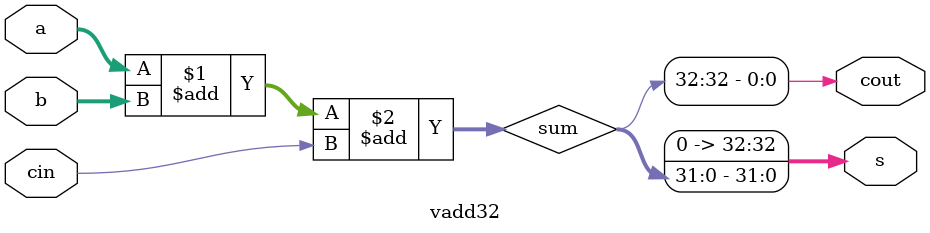
<source format=v>
`timescale 1ns / 1ps


module csadd32 (
    input  wire [31:0] a,
    input  wire [31:0] b,
    input  wire        cin,
    output wire [31:0] s,
    output wire        cout
);

    wire [31:0] s0, s1;
    wire [7:0] carry;

    carry_select_adder_4bit CSA0 (
        .a(a[3:0]),
        .b(b[3:0]),
        .cin(cin),
        .s(s[3:0]),
        .cout(carry[0])
    );

    carry_select_adder_4bit CSA1 (
        .a(a[7:4]),
        .b(b[7:4]),
        .cin(carry[0]),
        .s(s[7:4]),
        .cout(carry[1])
    );

    carry_select_adder_4bit CSA2 (
        .a(a[11:8]),
        .b(b[11:8]),
        .cin(carry[1]),
        .s(s[11:8]),
        .cout(carry[2])
    );

    carry_select_adder_4bit CSA3 (
        .a(a[15:12]),
        .b(b[15:12]),
        .cin(carry[2]),
        .s(s[15:12]),
        .cout(carry[3])
    );

    carry_select_adder_4bit CSA4 (
        .a(a[19:16]),
        .b(b[19:16]),
        .cin(carry[3]),
        .s(s[19:16]),
        .cout(carry[4])
    );

    carry_select_adder_4bit CSA5 (
        .a(a[23:20]),
        .b(b[23:20]),
        .cin(carry[4]),
        .s(s[23:20]),
        .cout(carry[5])
    );

    carry_select_adder_4bit CSA6 (
        .a(a[27:24]),
        .b(b[27:24]),
        .cin(carry[5]),
        .s(s[27:24]),
        .cout(carry[6])
    );

    carry_select_adder_4bit CSA7 (
        .a(a[31:28]),
        .b(b[31:28]),
        .cin(carry[6]),
        .s(s[31:28]),
        .cout(cout)
    );

endmodule

module carry_select_adder_4bit (
    input  wire [3:0] a,          
    input  wire [3:0] b,          
    input  wire       cin,        
    output wire [3:0] s,        
    output wire       cout
);

    wire [3:0] s0, s1; 
    wire       cout0, cout1; 

    ripple_carry_adder_4bit RCA0 (
        .a(a),
        .b(b),
        .cin(1'b0),
        .s(s0),
        .cout(cout0)
    );

    ripple_carry_adder_4bit RCA1 (
        .a(a),
        .b(b),
        .cin(1'b1),
        .s(s1),
        .cout(cout1)
    );

    assign s  = (cin) ? s1 : s0;
    assign cout = (cin) ? cout1 : cout0;

endmodule

module ripple_carry_adder_4bit (
    input  wire [3:0] a,
    input  wire [3:0] b,
    input  wire       cin,
    output wire [3:0] s,
    output wire       cout
);

    wire [3:0] carry;          

    full_adder FA0 (
        .a(a[0]),
        .b(b[0]),
        .cin(cin),
        .s(s[0]),
        .cout(carry[0])
    );

    genvar i;
    generate
        for (i = 1; i < 4; i = i + 1) begin : ripple_carry
            full_adder FA (
                .a(a[i]),
                .b(b[i]),
                .cin(carry[i-1]),
                .s(s[i]),
                .cout(carry[i])
            );
        end
    endgenerate

    assign cout = carry[3];

endmodule

module rcadd32 (
    input  wire [31:0] a,
    input  wire [31:0] b,
    input  wire cin,
    output wire [31:0] s,
    output wire cout
);

    wire [31:0] carry;

    full_adder FA0 (
        .a(a[0]),
        .b(b[0]),
        .cin(cin),
        .s(s[0]),
        .cout(carry[0])
    );

    genvar i;
    generate
        for (i = 1; i < 32; i = i + 1) begin : rc
            full_adder FA (
                .a(a[i]),
                .b(b[i]),
                .cin(carry[i-1]),
                .s(s[i]),
                .cout(carry[i])
            );
        end
    endgenerate

    assign cout = carry[31];

endmodule

module full_adder (
    input  wire a,
    input  wire b, 
    input  wire cin, 
    output wire s, 
    output wire cout
);

    assign #4 s  = a ^ b ^ cin;
    assign #2 cout = (cin == 1) | (cin == 0) ? (a & cin) | (b & cin) | (a & b) : 1'bx;

endmodule

module vadd32(
    input  wire [31:0] a,
    input  wire [31:0] b,
    input  wire cin,
    output wire [32:0] s,
    output wire cout
);

    wire [32:0] sum;
    assign sum  = a + b + cin;
    assign cout = sum[32];
    assign s = sum[31:0];

endmodule
</source>
